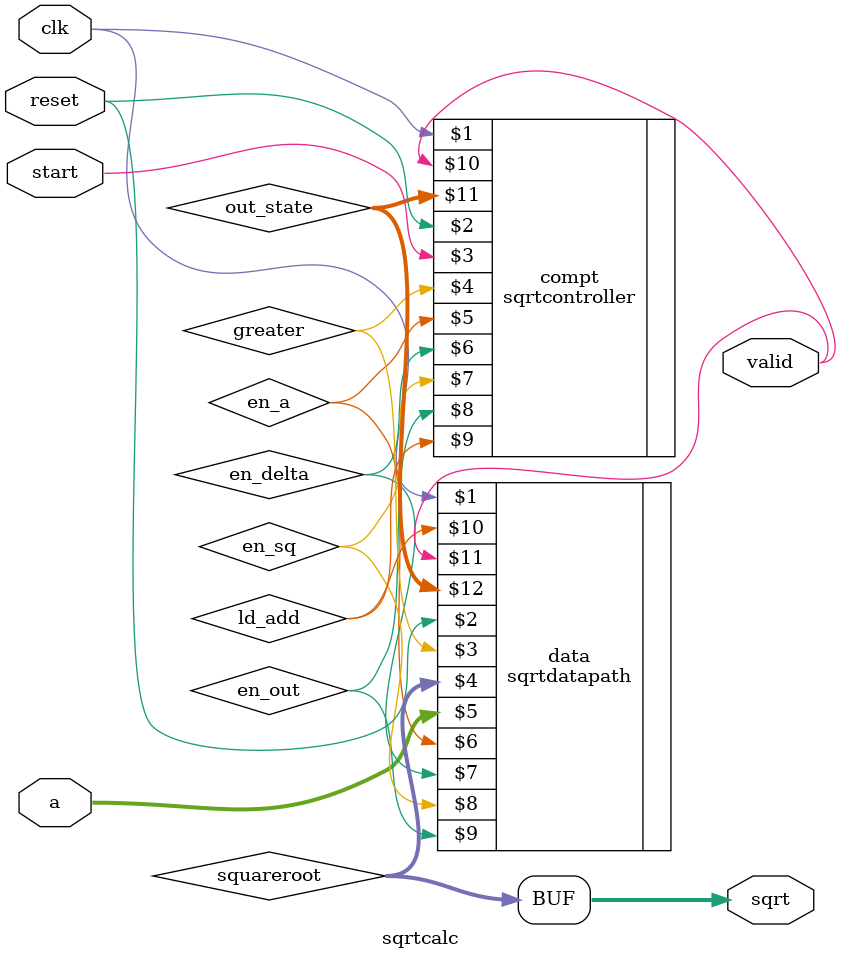
<source format=v>
`timescale 1ns / 1ps


module sqrtcalc(input clk, input reset, input [7:0] a, input start, output valid, output reg [7:0] sqrt);
wire en_a, en_sq, en_delta, ld_add, en_out;
wire greater;
wire [1:0]out_state;
wire [7:0] squareroot; initial sqrt = 8'b00000000;

    sqrtdatapath data( clk,  reset, greater, squareroot,
        a, en_a, en_delta, en_sq, en_out, ld_add, valid, out_state);

    sqrtcontroller compt(clk, reset, start, greater, 
        en_a, en_delta, en_sq, en_out, ld_add, valid, out_state);
        
    always@(squareroot) sqrt = squareroot;

endmodule

</source>
